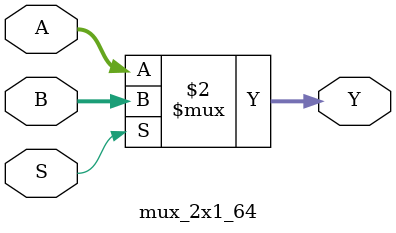
<source format=v>
`timescale 1ns / 1ps

module mux_2x1_64(
    input [63:0] A,
    input [63:0] B,
    input  S,
    output [63:0] Y
    );
    assign Y = (S == 1'b0) ? A : B;
endmodule

</source>
